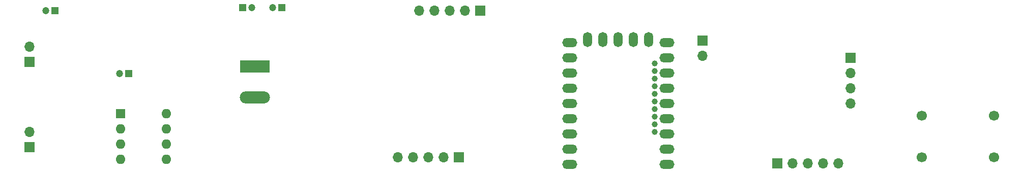
<source format=gbr>
%TF.GenerationSoftware,KiCad,Pcbnew,7.0.9*%
%TF.CreationDate,2023-12-16T00:38:21+01:00*%
%TF.ProjectId,gauge,67617567-652e-46b6-9963-61645f706362,rev?*%
%TF.SameCoordinates,Original*%
%TF.FileFunction,Soldermask,Bot*%
%TF.FilePolarity,Negative*%
%FSLAX46Y46*%
G04 Gerber Fmt 4.6, Leading zero omitted, Abs format (unit mm)*
G04 Created by KiCad (PCBNEW 7.0.9) date 2023-12-16 00:38:21*
%MOMM*%
%LPD*%
G01*
G04 APERTURE LIST*
%ADD10C,1.700000*%
%ADD11R,1.200000X1.200000*%
%ADD12C,1.200000*%
%ADD13R,1.700000X1.700000*%
%ADD14O,1.700000X1.700000*%
%ADD15O,2.500000X1.500000*%
%ADD16O,1.500000X2.500000*%
%ADD17C,1.000000*%
%ADD18R,1.600000X1.600000*%
%ADD19O,1.600000X1.600000*%
%ADD20R,5.020000X2.020000*%
%ADD21O,5.020000X2.020000*%
G04 APERTURE END LIST*
D10*
%TO.C,J7*%
X181500000Y-116500000D03*
X181500000Y-109500000D03*
%TD*%
D11*
%TO.C,C1*%
X68500000Y-91500000D03*
D12*
X70000000Y-91500000D03*
%TD*%
D13*
%TO.C,J4*%
X145000000Y-96960000D03*
D14*
X145000000Y-99500000D03*
%TD*%
D11*
%TO.C,C3*%
X37222600Y-92000000D03*
D12*
X35722600Y-92000000D03*
%TD*%
D13*
%TO.C,J8*%
X33000000Y-114775000D03*
D14*
X33000000Y-112235000D03*
%TD*%
D15*
%TO.C,U1*%
X122880000Y-117660000D03*
X122880000Y-115120000D03*
X122880000Y-112580000D03*
X122880000Y-110040000D03*
X122880000Y-107500000D03*
X122880000Y-104960000D03*
X122880000Y-102420000D03*
X122880000Y-99880000D03*
X122880000Y-97340000D03*
D16*
X125920000Y-96840000D03*
X128460000Y-96840000D03*
X131000000Y-96840000D03*
X133540000Y-96840000D03*
X136080000Y-96840000D03*
D15*
X139120000Y-97340000D03*
X139120000Y-99880000D03*
X139120000Y-102420000D03*
X139120000Y-104960000D03*
X139120000Y-107500000D03*
X139120000Y-110040000D03*
X139120000Y-112580000D03*
X139120000Y-115120000D03*
X139120000Y-117660000D03*
D17*
X137096000Y-100826000D03*
X137096000Y-102096000D03*
X137096000Y-103366000D03*
X137096000Y-104636000D03*
X137096000Y-105906000D03*
X137096000Y-107176000D03*
X137096000Y-108446000D03*
X137096000Y-109716000D03*
X137096000Y-110986000D03*
X137096000Y-112256000D03*
%TD*%
D13*
%TO.C,J10*%
X104500000Y-116500000D03*
D14*
X101960000Y-116500000D03*
X99420000Y-116500000D03*
X96880000Y-116500000D03*
X94340000Y-116500000D03*
%TD*%
D10*
%TO.C,J5*%
X193500000Y-116500000D03*
X193500000Y-109500000D03*
%TD*%
D11*
%TO.C,C4*%
X49500000Y-102500000D03*
D12*
X48000000Y-102500000D03*
%TD*%
D11*
%TO.C,C2*%
X75000000Y-91500000D03*
D12*
X73500000Y-91500000D03*
%TD*%
D13*
%TO.C,J2*%
X157460000Y-117500000D03*
D14*
X160000000Y-117500000D03*
X162540000Y-117500000D03*
X165080000Y-117500000D03*
X167620000Y-117500000D03*
%TD*%
D18*
%TO.C,OA1*%
X48200000Y-109200000D03*
D19*
X48200000Y-111740000D03*
X48200000Y-114280000D03*
X48200000Y-116820000D03*
X55820000Y-116820000D03*
X55820000Y-114280000D03*
X55820000Y-111740000D03*
X55820000Y-109200000D03*
%TD*%
D13*
%TO.C,J1*%
X108000000Y-92000000D03*
D14*
X105460000Y-92000000D03*
X102920000Y-92000000D03*
X100380000Y-92000000D03*
X97840000Y-92000000D03*
%TD*%
D20*
%TO.C,J6*%
X70500000Y-101290000D03*
D21*
X70500000Y-106470000D03*
%TD*%
D13*
%TO.C,J9*%
X33000000Y-100540000D03*
D14*
X33000000Y-98000000D03*
%TD*%
D13*
%TO.C,J3*%
X169650000Y-99900000D03*
D14*
X169650000Y-102440000D03*
X169650000Y-104980000D03*
X169650000Y-107520000D03*
%TD*%
M02*

</source>
